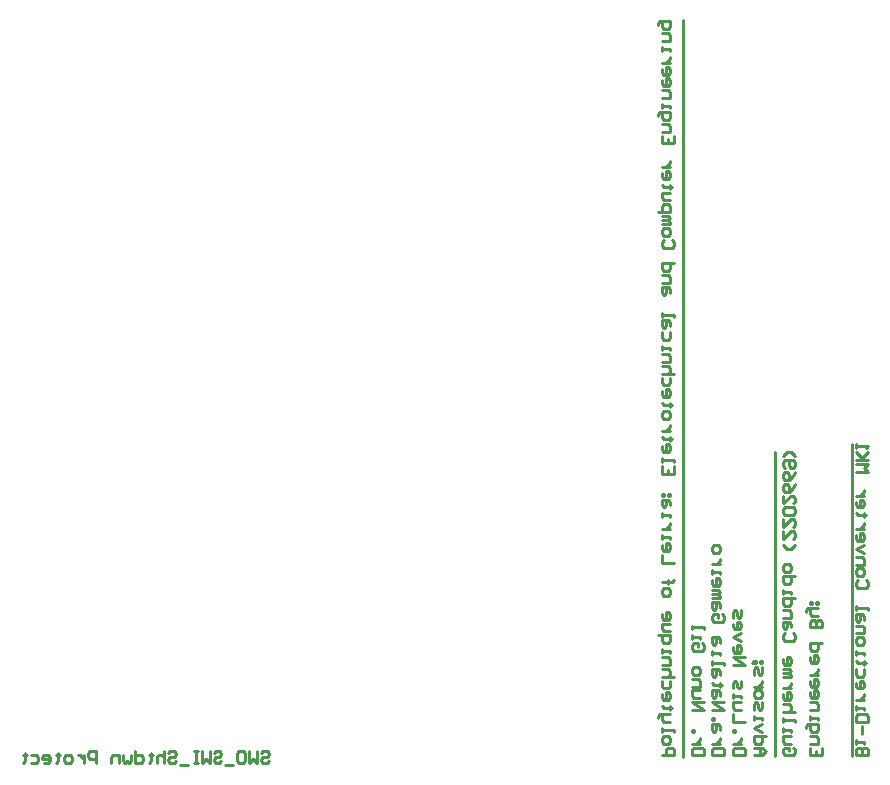
<source format=gbo>
G04*
G04 #@! TF.GenerationSoftware,Altium Limited,Altium Designer,23.8.1 (32)*
G04*
G04 Layer_Color=32896*
%FSLAX44Y44*%
%MOMM*%
G71*
G04*
G04 #@! TF.SameCoordinates,2C0D8033-C631-4263-A1FA-4DCE3A031024*
G04*
G04*
G04 #@! TF.FilePolarity,Positive*
G04*
G01*
G75*
%ADD12C,0.2540*%
D12*
X1701800Y701548D02*
Y965708D01*
X1636522Y701802D02*
Y959358D01*
X1558290Y701294D02*
Y1324864D01*
X1540794Y702408D02*
X1550791D01*
Y707406D01*
X1549125Y709072D01*
X1545793D01*
X1544126Y707406D01*
Y702408D01*
X1540794Y714071D02*
Y717403D01*
X1542460Y719069D01*
X1545793D01*
X1547459Y717403D01*
Y714071D01*
X1545793Y712405D01*
X1542460D01*
X1540794Y714071D01*
Y722402D02*
Y725734D01*
Y724068D01*
X1550791D01*
Y722402D01*
X1547459Y730732D02*
X1542460D01*
X1540794Y732398D01*
Y737397D01*
X1539128D01*
X1537462Y735731D01*
Y734064D01*
X1540794Y737397D02*
X1547459D01*
X1549125Y742395D02*
X1547459D01*
Y740729D01*
Y744061D01*
Y742395D01*
X1542460D01*
X1540794Y744061D01*
Y754058D02*
Y750726D01*
X1542460Y749060D01*
X1545793D01*
X1547459Y750726D01*
Y754058D01*
X1545793Y755724D01*
X1544126D01*
Y749060D01*
X1547459Y765721D02*
Y760723D01*
X1545793Y759056D01*
X1542460D01*
X1540794Y760723D01*
Y765721D01*
X1550791Y769053D02*
X1540794D01*
X1545793D01*
X1547459Y770719D01*
Y774052D01*
X1545793Y775718D01*
X1540794D01*
Y779050D02*
X1547459D01*
Y784048D01*
X1545793Y785714D01*
X1540794D01*
Y789047D02*
Y792379D01*
Y790713D01*
X1547459D01*
Y789047D01*
X1537462Y804042D02*
X1547459D01*
Y799044D01*
X1545793Y797377D01*
X1542460D01*
X1540794Y799044D01*
Y804042D01*
X1547459Y807374D02*
X1542460D01*
X1540794Y809040D01*
Y814039D01*
X1547459D01*
X1540794Y822369D02*
Y819037D01*
X1542460Y817371D01*
X1545793D01*
X1547459Y819037D01*
Y822369D01*
X1545793Y824035D01*
X1544126D01*
Y817371D01*
X1540794Y839031D02*
Y842363D01*
X1542460Y844029D01*
X1545793D01*
X1547459Y842363D01*
Y839031D01*
X1545793Y837365D01*
X1542460D01*
X1540794Y839031D01*
Y849027D02*
X1549125D01*
X1545793D01*
Y847361D01*
Y850694D01*
Y849027D01*
X1549125D01*
X1550791Y850694D01*
Y865689D02*
X1540794D01*
Y872353D01*
Y880684D02*
Y877352D01*
X1542460Y875685D01*
X1545793D01*
X1547459Y877352D01*
Y880684D01*
X1545793Y882350D01*
X1544126D01*
Y875685D01*
X1540794Y885682D02*
Y889015D01*
Y887348D01*
X1547459D01*
Y885682D01*
Y894013D02*
X1540794D01*
X1544126D01*
X1545793Y895679D01*
X1547459Y897345D01*
Y899011D01*
X1540794Y904010D02*
Y907342D01*
Y905676D01*
X1547459D01*
Y904010D01*
Y914006D02*
Y917339D01*
X1545793Y919005D01*
X1540794D01*
Y914006D01*
X1542460Y912340D01*
X1544126Y914006D01*
Y919005D01*
X1547459Y922337D02*
Y924003D01*
X1545793D01*
Y922337D01*
X1547459D01*
X1542460D02*
Y924003D01*
X1540794D01*
Y922337D01*
X1542460D01*
X1550791Y947329D02*
Y940665D01*
X1540794D01*
Y947329D01*
X1545793Y940665D02*
Y943997D01*
X1540794Y950661D02*
Y953994D01*
Y952327D01*
X1550791D01*
Y950661D01*
X1540794Y963990D02*
Y960658D01*
X1542460Y958992D01*
X1545793D01*
X1547459Y960658D01*
Y963990D01*
X1545793Y965656D01*
X1544126D01*
Y958992D01*
X1549125Y970655D02*
X1547459D01*
Y968989D01*
Y972321D01*
Y970655D01*
X1542460D01*
X1540794Y972321D01*
X1547459Y977319D02*
X1540794D01*
X1544126D01*
X1545793Y978986D01*
X1547459Y980652D01*
Y982318D01*
X1540794Y988982D02*
Y992315D01*
X1542460Y993981D01*
X1545793D01*
X1547459Y992315D01*
Y988982D01*
X1545793Y987316D01*
X1542460D01*
X1540794Y988982D01*
X1549125Y998979D02*
X1547459D01*
Y997313D01*
Y1000645D01*
Y998979D01*
X1542460D01*
X1540794Y1000645D01*
Y1010642D02*
Y1007310D01*
X1542460Y1005643D01*
X1545793D01*
X1547459Y1007310D01*
Y1010642D01*
X1545793Y1012308D01*
X1544126D01*
Y1005643D01*
X1547459Y1022305D02*
Y1017306D01*
X1545793Y1015640D01*
X1542460D01*
X1540794Y1017306D01*
Y1022305D01*
X1550791Y1025637D02*
X1540794D01*
X1545793D01*
X1547459Y1027303D01*
Y1030636D01*
X1545793Y1032302D01*
X1540794D01*
Y1035634D02*
X1547459D01*
Y1040632D01*
X1545793Y1042298D01*
X1540794D01*
Y1045631D02*
Y1048963D01*
Y1047297D01*
X1547459D01*
Y1045631D01*
Y1060626D02*
Y1055627D01*
X1545793Y1053961D01*
X1542460D01*
X1540794Y1055627D01*
Y1060626D01*
X1547459Y1065624D02*
Y1068957D01*
X1545793Y1070623D01*
X1540794D01*
Y1065624D01*
X1542460Y1063958D01*
X1544126Y1065624D01*
Y1070623D01*
X1540794Y1073955D02*
Y1077287D01*
Y1075621D01*
X1550791D01*
Y1073955D01*
X1547459Y1093948D02*
Y1097281D01*
X1545793Y1098947D01*
X1540794D01*
Y1093948D01*
X1542460Y1092282D01*
X1544126Y1093948D01*
Y1098947D01*
X1540794Y1102279D02*
X1547459D01*
Y1107277D01*
X1545793Y1108944D01*
X1540794D01*
X1550791Y1118940D02*
X1540794D01*
Y1113942D01*
X1542460Y1112276D01*
X1545793D01*
X1547459Y1113942D01*
Y1118940D01*
X1549125Y1138934D02*
X1550791Y1137268D01*
Y1133935D01*
X1549125Y1132269D01*
X1542460D01*
X1540794Y1133935D01*
Y1137268D01*
X1542460Y1138934D01*
X1540794Y1143932D02*
Y1147265D01*
X1542460Y1148931D01*
X1545793D01*
X1547459Y1147265D01*
Y1143932D01*
X1545793Y1142266D01*
X1542460D01*
X1540794Y1143932D01*
Y1152263D02*
X1547459D01*
Y1153929D01*
X1545793Y1155595D01*
X1540794D01*
X1545793D01*
X1547459Y1157261D01*
X1545793Y1158928D01*
X1540794D01*
X1537462Y1162260D02*
X1547459D01*
Y1167258D01*
X1545793Y1168924D01*
X1542460D01*
X1540794Y1167258D01*
Y1162260D01*
X1547459Y1172256D02*
X1542460D01*
X1540794Y1173923D01*
Y1178921D01*
X1547459D01*
X1549125Y1183919D02*
X1547459D01*
Y1182253D01*
Y1185585D01*
Y1183919D01*
X1542460D01*
X1540794Y1185585D01*
Y1195582D02*
Y1192250D01*
X1542460Y1190584D01*
X1545793D01*
X1547459Y1192250D01*
Y1195582D01*
X1545793Y1197248D01*
X1544126D01*
Y1190584D01*
X1547459Y1200581D02*
X1540794D01*
X1544126D01*
X1545793Y1202247D01*
X1547459Y1203913D01*
Y1205579D01*
X1550791Y1227239D02*
Y1220574D01*
X1540794D01*
Y1227239D01*
X1545793Y1220574D02*
Y1223906D01*
X1540794Y1230571D02*
X1547459D01*
Y1235569D01*
X1545793Y1237235D01*
X1540794D01*
X1537462Y1243900D02*
Y1245566D01*
X1539128Y1247232D01*
X1547459D01*
Y1242234D01*
X1545793Y1240568D01*
X1542460D01*
X1540794Y1242234D01*
Y1247232D01*
Y1250565D02*
Y1253897D01*
Y1252231D01*
X1547459D01*
Y1250565D01*
X1540794Y1258895D02*
X1547459D01*
Y1263894D01*
X1545793Y1265560D01*
X1540794D01*
Y1273890D02*
Y1270558D01*
X1542460Y1268892D01*
X1545793D01*
X1547459Y1270558D01*
Y1273890D01*
X1545793Y1275556D01*
X1544126D01*
Y1268892D01*
X1540794Y1283887D02*
Y1280555D01*
X1542460Y1278889D01*
X1545793D01*
X1547459Y1280555D01*
Y1283887D01*
X1545793Y1285553D01*
X1544126D01*
Y1278889D01*
X1547459Y1288886D02*
X1540794D01*
X1544126D01*
X1545793Y1290552D01*
X1547459Y1292218D01*
Y1293884D01*
X1540794Y1298882D02*
Y1302215D01*
Y1300549D01*
X1547459D01*
Y1298882D01*
X1540794Y1307213D02*
X1547459D01*
Y1312211D01*
X1545793Y1313878D01*
X1540794D01*
X1537462Y1320542D02*
Y1322208D01*
X1539128Y1323874D01*
X1547459D01*
Y1318876D01*
X1545793Y1317210D01*
X1542460D01*
X1540794Y1318876D01*
Y1323874D01*
X1576056Y702412D02*
X1566059D01*
Y707411D01*
X1567725Y709077D01*
X1574389D01*
X1576056Y707411D01*
Y702412D01*
X1572723Y712409D02*
X1566059D01*
X1569391D01*
X1571057Y714075D01*
X1572723Y715741D01*
Y717408D01*
X1566059Y722406D02*
X1567725D01*
Y724072D01*
X1566059D01*
Y722406D01*
Y740733D02*
X1576056D01*
X1566059Y747398D01*
X1576056D01*
X1572723Y750730D02*
X1567725D01*
X1566059Y752396D01*
Y757395D01*
X1572723D01*
X1566059Y760727D02*
X1572723D01*
Y765725D01*
X1571057Y767391D01*
X1566059D01*
Y772390D02*
Y775722D01*
X1567725Y777388D01*
X1571057D01*
X1572723Y775722D01*
Y772390D01*
X1571057Y770724D01*
X1567725D01*
X1566059Y772390D01*
X1574389Y797382D02*
X1576056Y795716D01*
Y792383D01*
X1574389Y790717D01*
X1567725D01*
X1566059Y792383D01*
Y795716D01*
X1567725Y797382D01*
X1571057D01*
Y794050D01*
X1566059Y800714D02*
Y804046D01*
Y802380D01*
X1572723D01*
Y800714D01*
X1566059Y809045D02*
Y812377D01*
Y810711D01*
X1576056D01*
Y809045D01*
X1651606Y709077D02*
X1653272Y707411D01*
Y704079D01*
X1651606Y702412D01*
X1644941D01*
X1643275Y704079D01*
Y707411D01*
X1644941Y709077D01*
X1648273D01*
Y705745D01*
X1649939Y712409D02*
X1644941D01*
X1643275Y714075D01*
Y719074D01*
X1649939D01*
X1643275Y722406D02*
Y725738D01*
Y724072D01*
X1649939D01*
Y722406D01*
X1643275Y730737D02*
Y734069D01*
Y732403D01*
X1653272D01*
Y730737D01*
Y739067D02*
X1643275D01*
X1648273D01*
X1649939Y740733D01*
Y744066D01*
X1648273Y745732D01*
X1643275D01*
Y754062D02*
Y750730D01*
X1644941Y749064D01*
X1648273D01*
X1649939Y750730D01*
Y754062D01*
X1648273Y755729D01*
X1646607D01*
Y749064D01*
X1649939Y759061D02*
X1643275D01*
X1646607D01*
X1648273Y760727D01*
X1649939Y762393D01*
Y764059D01*
X1643275Y769057D02*
X1649939D01*
Y770724D01*
X1648273Y772390D01*
X1643275D01*
X1648273D01*
X1649939Y774056D01*
X1648273Y775722D01*
X1643275D01*
Y784053D02*
Y780721D01*
X1644941Y779054D01*
X1648273D01*
X1649939Y780721D01*
Y784053D01*
X1648273Y785719D01*
X1646607D01*
Y779054D01*
X1651606Y805712D02*
X1653272Y804046D01*
Y800714D01*
X1651606Y799048D01*
X1644941D01*
X1643275Y800714D01*
Y804046D01*
X1644941Y805712D01*
X1649939Y810711D02*
Y814043D01*
X1648273Y815709D01*
X1643275D01*
Y810711D01*
X1644941Y809045D01*
X1646607Y810711D01*
Y815709D01*
X1643275Y819041D02*
X1649939D01*
Y824040D01*
X1648273Y825706D01*
X1643275D01*
X1653272Y835703D02*
X1643275D01*
Y830704D01*
X1644941Y829038D01*
X1648273D01*
X1649939Y830704D01*
Y835703D01*
X1643275Y839035D02*
Y842367D01*
Y840701D01*
X1649939D01*
Y839035D01*
X1653272Y854030D02*
X1643275D01*
Y849032D01*
X1644941Y847366D01*
X1648273D01*
X1649939Y849032D01*
Y854030D01*
X1643275Y859029D02*
Y862361D01*
X1644941Y864027D01*
X1648273D01*
X1649939Y862361D01*
Y859029D01*
X1648273Y857362D01*
X1644941D01*
X1643275Y859029D01*
Y880688D02*
X1646607Y877356D01*
X1649939D01*
X1653272Y880688D01*
X1643275Y892351D02*
Y885687D01*
X1649939Y892351D01*
X1651606D01*
X1653272Y890685D01*
Y887353D01*
X1651606Y885687D01*
X1643275Y902348D02*
Y895683D01*
X1649939Y902348D01*
X1651606D01*
X1653272Y900682D01*
Y897349D01*
X1651606Y895683D01*
Y905680D02*
X1653272Y907346D01*
Y910679D01*
X1651606Y912345D01*
X1644941D01*
X1643275Y910679D01*
Y907346D01*
X1644941Y905680D01*
X1651606D01*
X1643275Y922342D02*
Y915677D01*
X1649939Y922342D01*
X1651606D01*
X1653272Y920675D01*
Y917343D01*
X1651606Y915677D01*
X1653272Y932338D02*
X1651606Y929006D01*
X1648273Y925674D01*
X1644941D01*
X1643275Y927340D01*
Y930672D01*
X1644941Y932338D01*
X1646607D01*
X1648273Y930672D01*
Y925674D01*
X1653272Y942335D02*
X1651606Y939003D01*
X1648273Y935670D01*
X1644941D01*
X1643275Y937337D01*
Y940669D01*
X1644941Y942335D01*
X1646607D01*
X1648273Y940669D01*
Y935670D01*
X1644941Y945667D02*
X1643275Y947333D01*
Y950666D01*
X1644941Y952332D01*
X1651606D01*
X1653272Y950666D01*
Y947333D01*
X1651606Y945667D01*
X1649939D01*
X1648273Y947333D01*
Y952332D01*
X1643275Y955664D02*
X1646607Y958996D01*
X1649939D01*
X1653272Y955664D01*
X1675908Y709077D02*
Y702412D01*
X1665911D01*
Y709077D01*
X1670909Y702412D02*
Y705745D01*
X1665911Y712409D02*
X1672576D01*
Y717408D01*
X1670909Y719074D01*
X1665911D01*
X1662579Y725738D02*
Y727404D01*
X1664245Y729070D01*
X1672576D01*
Y724072D01*
X1670909Y722406D01*
X1667577D01*
X1665911Y724072D01*
Y729070D01*
Y732403D02*
Y735735D01*
Y734069D01*
X1672576D01*
Y732403D01*
X1665911Y740733D02*
X1672576D01*
Y745732D01*
X1670909Y747398D01*
X1665911D01*
Y755729D02*
Y752396D01*
X1667577Y750730D01*
X1670909D01*
X1672576Y752396D01*
Y755729D01*
X1670909Y757395D01*
X1669243D01*
Y750730D01*
X1665911Y765725D02*
Y762393D01*
X1667577Y760727D01*
X1670909D01*
X1672576Y762393D01*
Y765725D01*
X1670909Y767391D01*
X1669243D01*
Y760727D01*
X1672576Y770724D02*
X1665911D01*
X1669243D01*
X1670909Y772390D01*
X1672576Y774056D01*
Y775722D01*
X1665911Y785719D02*
Y782387D01*
X1667577Y780721D01*
X1670909D01*
X1672576Y782387D01*
Y785719D01*
X1670909Y787385D01*
X1669243D01*
Y780721D01*
X1675908Y797382D02*
X1665911D01*
Y792383D01*
X1667577Y790717D01*
X1670909D01*
X1672576Y792383D01*
Y797382D01*
X1675908Y810711D02*
X1665911D01*
Y815709D01*
X1667577Y817375D01*
X1669243D01*
X1670909Y815709D01*
Y810711D01*
Y815709D01*
X1672576Y817375D01*
X1674242D01*
X1675908Y815709D01*
Y810711D01*
X1672576Y820708D02*
X1667577D01*
X1665911Y822374D01*
Y827372D01*
X1664245D01*
X1662579Y825706D01*
Y824040D01*
X1665911Y827372D02*
X1672576D01*
Y830704D02*
Y832371D01*
X1670909D01*
Y830704D01*
X1672576D01*
X1667577D02*
Y832371D01*
X1665911D01*
Y830704D01*
X1667577D01*
X1593074Y702412D02*
X1583077D01*
Y707411D01*
X1584743Y709077D01*
X1591407D01*
X1593074Y707411D01*
Y702412D01*
X1589741Y712409D02*
X1583077D01*
X1586409D01*
X1588075Y714075D01*
X1589741Y715741D01*
Y717408D01*
Y724072D02*
Y727404D01*
X1588075Y729070D01*
X1583077D01*
Y724072D01*
X1584743Y722406D01*
X1586409Y724072D01*
Y729070D01*
X1583077Y732403D02*
X1584743D01*
Y734069D01*
X1583077D01*
Y732403D01*
Y740733D02*
X1593074D01*
X1583077Y747398D01*
X1593074D01*
X1589741Y752396D02*
Y755729D01*
X1588075Y757395D01*
X1583077D01*
Y752396D01*
X1584743Y750730D01*
X1586409Y752396D01*
Y757395D01*
X1591407Y762393D02*
X1589741D01*
Y760727D01*
Y764059D01*
Y762393D01*
X1584743D01*
X1583077Y764059D01*
X1589741Y770724D02*
Y774056D01*
X1588075Y775722D01*
X1583077D01*
Y770724D01*
X1584743Y769057D01*
X1586409Y770724D01*
Y775722D01*
X1583077Y779054D02*
Y782386D01*
Y780720D01*
X1593074D01*
Y779054D01*
X1583077Y787385D02*
Y790717D01*
Y789051D01*
X1589741D01*
Y787385D01*
Y797382D02*
Y800714D01*
X1588075Y802380D01*
X1583077D01*
Y797382D01*
X1584743Y795716D01*
X1586409Y797382D01*
Y802380D01*
X1591407Y822374D02*
X1593074Y820707D01*
Y817375D01*
X1591407Y815709D01*
X1584743D01*
X1583077Y817375D01*
Y820707D01*
X1584743Y822374D01*
X1588075D01*
Y819041D01*
X1589741Y827372D02*
Y830704D01*
X1588075Y832370D01*
X1583077D01*
Y827372D01*
X1584743Y825706D01*
X1586409Y827372D01*
Y832370D01*
X1583077Y835703D02*
X1589741D01*
Y837369D01*
X1588075Y839035D01*
X1583077D01*
X1588075D01*
X1589741Y840701D01*
X1588075Y842367D01*
X1583077D01*
Y850698D02*
Y847366D01*
X1584743Y845699D01*
X1588075D01*
X1589741Y847366D01*
Y850698D01*
X1588075Y852364D01*
X1586409D01*
Y845699D01*
X1583077Y855696D02*
Y859028D01*
Y857362D01*
X1589741D01*
Y855696D01*
Y864027D02*
X1583077D01*
X1586409D01*
X1588075Y865693D01*
X1589741Y867359D01*
Y869025D01*
X1583077Y875690D02*
Y879022D01*
X1584743Y880688D01*
X1588075D01*
X1589741Y879022D01*
Y875690D01*
X1588075Y874024D01*
X1584743D01*
X1583077Y875690D01*
X1618779Y702412D02*
X1625444D01*
X1628776Y705745D01*
X1625444Y709077D01*
X1618779D01*
X1623777D01*
Y702412D01*
X1628776Y719074D02*
X1618779D01*
Y714075D01*
X1620445Y712409D01*
X1623777D01*
X1625444Y714075D01*
Y719074D01*
Y722406D02*
X1618779Y725738D01*
X1625444Y729070D01*
X1618779Y732403D02*
Y735735D01*
Y734069D01*
X1625444D01*
Y732403D01*
X1618779Y740733D02*
Y745732D01*
X1620445Y747398D01*
X1622111Y745732D01*
Y742400D01*
X1623777Y740733D01*
X1625444Y742400D01*
Y747398D01*
X1618779Y752396D02*
Y755729D01*
X1620445Y757395D01*
X1623777D01*
X1625444Y755729D01*
Y752396D01*
X1623777Y750730D01*
X1620445D01*
X1618779Y752396D01*
X1625444Y760727D02*
X1618779D01*
X1622111D01*
X1623777Y762393D01*
X1625444Y764059D01*
Y765725D01*
X1618779Y770724D02*
Y775722D01*
X1620445Y777388D01*
X1622111Y775722D01*
Y772390D01*
X1623777Y770724D01*
X1625444Y772390D01*
Y777388D01*
X1623777Y780720D02*
X1625444D01*
Y782387D01*
X1623777D01*
Y780720D01*
X1620445D02*
Y782387D01*
X1618779D01*
X1617113Y780720D01*
X1618779Y782387D02*
Y780720D01*
X1620445D01*
X1611108Y702412D02*
X1601111D01*
Y707411D01*
X1602777Y709077D01*
X1609442D01*
X1611108Y707411D01*
Y702412D01*
X1607775Y712409D02*
X1601111D01*
X1604443D01*
X1606109Y714075D01*
X1607775Y715741D01*
Y717408D01*
X1601111Y722406D02*
X1602777D01*
Y724072D01*
X1601111D01*
Y722406D01*
X1611108Y730736D02*
X1601111D01*
Y737401D01*
X1607775Y740733D02*
X1602777D01*
X1601111Y742400D01*
Y747398D01*
X1607775D01*
X1601111Y750730D02*
Y754062D01*
Y752396D01*
X1607775D01*
Y750730D01*
X1601111Y759061D02*
Y764059D01*
X1602777Y765725D01*
X1604443Y764059D01*
Y760727D01*
X1606109Y759061D01*
X1607775Y760727D01*
Y765725D01*
X1601111Y779054D02*
X1611108D01*
X1601111Y785719D01*
X1611108D01*
X1601111Y794050D02*
Y790717D01*
X1602777Y789051D01*
X1606109D01*
X1607775Y790717D01*
Y794050D01*
X1606109Y795716D01*
X1604443D01*
Y789051D01*
X1607775Y799048D02*
X1601111Y802380D01*
X1607775Y805712D01*
X1601111Y814043D02*
Y810711D01*
X1602777Y809045D01*
X1606109D01*
X1607775Y810711D01*
Y814043D01*
X1606109Y815709D01*
X1604443D01*
Y809045D01*
X1601111Y819041D02*
Y824040D01*
X1602777Y825706D01*
X1604443Y824040D01*
Y820708D01*
X1606109Y819041D01*
X1607775Y820708D01*
Y825706D01*
X1715099Y702408D02*
X1705102D01*
Y707406D01*
X1706768Y709072D01*
X1708434D01*
X1710100Y707406D01*
Y702408D01*
Y707406D01*
X1711767Y709072D01*
X1713433D01*
X1715099Y707406D01*
Y702408D01*
X1705102Y712405D02*
Y715737D01*
Y714071D01*
X1711767D01*
Y712405D01*
X1710100Y720735D02*
Y727400D01*
X1715099Y730732D02*
X1705102D01*
Y735731D01*
X1706768Y737397D01*
X1713433D01*
X1715099Y735731D01*
Y730732D01*
X1705102Y740729D02*
Y744061D01*
Y742395D01*
X1711767D01*
Y740729D01*
Y749060D02*
X1705102D01*
X1708434D01*
X1710100Y750726D01*
X1711767Y752392D01*
Y754058D01*
X1705102Y764055D02*
Y760723D01*
X1706768Y759056D01*
X1710100D01*
X1711767Y760723D01*
Y764055D01*
X1710100Y765721D01*
X1708434D01*
Y759056D01*
X1711767Y775718D02*
Y770719D01*
X1710100Y769053D01*
X1706768D01*
X1705102Y770719D01*
Y775718D01*
X1713433Y780716D02*
X1711767D01*
Y779050D01*
Y782382D01*
Y780716D01*
X1706768D01*
X1705102Y782382D01*
Y787381D02*
Y790713D01*
Y789047D01*
X1711767D01*
Y787381D01*
X1705102Y797377D02*
Y800710D01*
X1706768Y802376D01*
X1710100D01*
X1711767Y800710D01*
Y797377D01*
X1710100Y795711D01*
X1706768D01*
X1705102Y797377D01*
Y805708D02*
X1711767D01*
Y810706D01*
X1710100Y812373D01*
X1705102D01*
X1711767Y817371D02*
Y820703D01*
X1710100Y822369D01*
X1705102D01*
Y817371D01*
X1706768Y815705D01*
X1708434Y817371D01*
Y822369D01*
X1705102Y825702D02*
Y829034D01*
Y827368D01*
X1715099D01*
Y825702D01*
X1713433Y850694D02*
X1715099Y849027D01*
Y845695D01*
X1713433Y844029D01*
X1706768D01*
X1705102Y845695D01*
Y849027D01*
X1706768Y850694D01*
X1705102Y855692D02*
Y859024D01*
X1706768Y860690D01*
X1710100D01*
X1711767Y859024D01*
Y855692D01*
X1710100Y854026D01*
X1706768D01*
X1705102Y855692D01*
Y864023D02*
X1711767D01*
Y869021D01*
X1710100Y870687D01*
X1705102D01*
X1711767Y874019D02*
X1705102Y877352D01*
X1711767Y880684D01*
X1705102Y889015D02*
Y885682D01*
X1706768Y884016D01*
X1710100D01*
X1711767Y885682D01*
Y889015D01*
X1710100Y890681D01*
X1708434D01*
Y884016D01*
X1711767Y894013D02*
X1705102D01*
X1708434D01*
X1710100Y895679D01*
X1711767Y897345D01*
Y899011D01*
X1713433Y905676D02*
X1711767D01*
Y904010D01*
Y907342D01*
Y905676D01*
X1706768D01*
X1705102Y907342D01*
Y917339D02*
Y914007D01*
X1706768Y912340D01*
X1710100D01*
X1711767Y914007D01*
Y917339D01*
X1710100Y919005D01*
X1708434D01*
Y912340D01*
X1711767Y922337D02*
X1705102D01*
X1708434D01*
X1710100Y924003D01*
X1711767Y925669D01*
Y927336D01*
X1705102Y942331D02*
X1715099D01*
X1711767Y945663D01*
X1715099Y948995D01*
X1705102D01*
X1715099Y952327D02*
X1705102D01*
X1708434D01*
X1715099Y958992D01*
X1710100Y953994D01*
X1705102Y958992D01*
Y962324D02*
Y965657D01*
Y963990D01*
X1715099D01*
X1713433Y962324D01*
X1201105Y704433D02*
X1202772Y706099D01*
X1206104D01*
X1207770Y704433D01*
Y702767D01*
X1206104Y701100D01*
X1202772D01*
X1201105Y699434D01*
Y697768D01*
X1202772Y696102D01*
X1206104D01*
X1207770Y697768D01*
X1197773Y706099D02*
Y696102D01*
X1194441Y699434D01*
X1191109Y696102D01*
Y706099D01*
X1182778D02*
X1186110D01*
X1187776Y704433D01*
Y697768D01*
X1186110Y696102D01*
X1182778D01*
X1181112Y697768D01*
Y704433D01*
X1182778Y706099D01*
X1177780Y694436D02*
X1171115D01*
X1161118Y704433D02*
X1162785Y706099D01*
X1166117D01*
X1167783Y704433D01*
Y702767D01*
X1166117Y701100D01*
X1162785D01*
X1161118Y699434D01*
Y697768D01*
X1162785Y696102D01*
X1166117D01*
X1167783Y697768D01*
X1157786Y706099D02*
Y696102D01*
X1154454Y699434D01*
X1151122Y696102D01*
Y706099D01*
X1147789D02*
X1144457D01*
X1146123D01*
Y696102D01*
X1147789D01*
X1144457D01*
X1139459Y694436D02*
X1132794D01*
X1122797Y704433D02*
X1124464Y706099D01*
X1127796D01*
X1129462Y704433D01*
Y702767D01*
X1127796Y701100D01*
X1124464D01*
X1122797Y699434D01*
Y697768D01*
X1124464Y696102D01*
X1127796D01*
X1129462Y697768D01*
X1119465Y706099D02*
Y696102D01*
Y701100D01*
X1117799Y702767D01*
X1114467D01*
X1112801Y701100D01*
Y696102D01*
X1107802Y704433D02*
Y702767D01*
X1109468D01*
X1106136D01*
X1107802D01*
Y697768D01*
X1106136Y696102D01*
X1094473Y706099D02*
Y696102D01*
X1099472D01*
X1101138Y697768D01*
Y701100D01*
X1099472Y702767D01*
X1094473D01*
X1091141D02*
Y697768D01*
X1089475Y696102D01*
X1087809Y697768D01*
X1086143Y696102D01*
X1084476Y697768D01*
Y702767D01*
X1081144Y696102D02*
Y702767D01*
X1076146D01*
X1074480Y701100D01*
Y696102D01*
X1061151D02*
Y706099D01*
X1056152D01*
X1054486Y704433D01*
Y701100D01*
X1056152Y699434D01*
X1061151D01*
X1051154Y702767D02*
Y696102D01*
Y699434D01*
X1049488Y701100D01*
X1047822Y702767D01*
X1046155D01*
X1039491Y696102D02*
X1036159D01*
X1034492Y697768D01*
Y701100D01*
X1036159Y702767D01*
X1039491D01*
X1041157Y701100D01*
Y697768D01*
X1039491Y696102D01*
X1029494Y704433D02*
Y702767D01*
X1031160D01*
X1027828D01*
X1029494D01*
Y697768D01*
X1027828Y696102D01*
X1017831D02*
X1021163D01*
X1022830Y697768D01*
Y701100D01*
X1021163Y702767D01*
X1017831D01*
X1016165Y701100D01*
Y699434D01*
X1022830D01*
X1006168Y702767D02*
X1011167D01*
X1012833Y701100D01*
Y697768D01*
X1011167Y696102D01*
X1006168D01*
X1001170Y704433D02*
Y702767D01*
X1002836D01*
X999504D01*
X1001170D01*
Y697768D01*
X999504Y696102D01*
M02*

</source>
